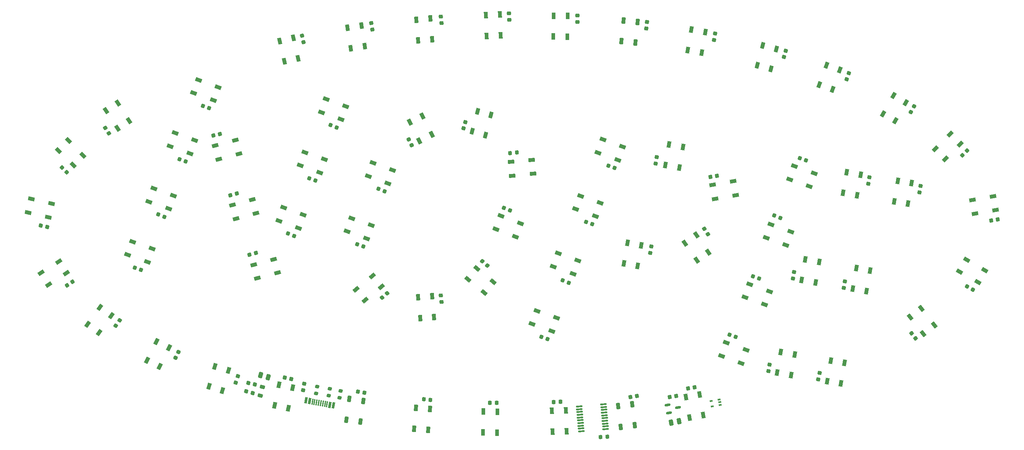
<source format=gtp>
%TF.GenerationSoftware,KiCad,Pcbnew,(7.0.0)*%
%TF.CreationDate,2023-11-20T00:40:35-04:00*%
%TF.ProjectId,nopesign,6e6f7065-7369-4676-9e2e-6b696361645f,rev?*%
%TF.SameCoordinates,Original*%
%TF.FileFunction,Paste,Top*%
%TF.FilePolarity,Positive*%
%FSLAX46Y46*%
G04 Gerber Fmt 4.6, Leading zero omitted, Abs format (unit mm)*
G04 Created by KiCad (PCBNEW (7.0.0)) date 2023-11-20 00:40:35*
%MOMM*%
%LPD*%
G01*
G04 APERTURE LIST*
G04 Aperture macros list*
%AMRoundRect*
0 Rectangle with rounded corners*
0 $1 Rounding radius*
0 $2 $3 $4 $5 $6 $7 $8 $9 X,Y pos of 4 corners*
0 Add a 4 corners polygon primitive as box body*
4,1,4,$2,$3,$4,$5,$6,$7,$8,$9,$2,$3,0*
0 Add four circle primitives for the rounded corners*
1,1,$1+$1,$2,$3*
1,1,$1+$1,$4,$5*
1,1,$1+$1,$6,$7*
1,1,$1+$1,$8,$9*
0 Add four rect primitives between the rounded corners*
20,1,$1+$1,$2,$3,$4,$5,0*
20,1,$1+$1,$4,$5,$6,$7,0*
20,1,$1+$1,$6,$7,$8,$9,0*
20,1,$1+$1,$8,$9,$2,$3,0*%
%AMRotRect*
0 Rectangle, with rotation*
0 The origin of the aperture is its center*
0 $1 length*
0 $2 width*
0 $3 Rotation angle, in degrees counterclockwise*
0 Add horizontal line*
21,1,$1,$2,0,0,$3*%
G04 Aperture macros list end*
%ADD10RoundRect,0.250000X0.364421X0.394110X-0.118542X0.523520X-0.364421X-0.394110X0.118542X-0.523520X0*%
%ADD11RotRect,1.500000X0.900000X80.000000*%
%ADD12RoundRect,0.225000X0.157969X-0.296936X0.311878X0.125926X-0.157969X0.296936X-0.311878X-0.125926X0*%
%ADD13RoundRect,0.225000X-0.296936X-0.157969X0.125926X-0.311878X0.296936X0.157969X-0.125926X0.311878X0*%
%ADD14RoundRect,0.225000X0.296936X0.157969X-0.125926X0.311878X-0.296936X-0.157969X0.125926X-0.311878X0*%
%ADD15RoundRect,0.225000X0.207131X-0.264994X0.285273X0.178170X-0.207131X0.264994X-0.285273X-0.178170X0*%
%ADD16RoundRect,0.225000X-0.268659X0.202355X-0.229439X-0.245933X0.268659X-0.202355X0.229439X0.245933X0*%
%ADD17RoundRect,0.225000X-0.207131X0.264994X-0.285273X-0.178170X0.207131X-0.264994X0.285273X0.178170X0*%
%ADD18RoundRect,0.225000X-0.333843X0.040915X-0.075733X-0.327703X0.333843X-0.040915X0.075733X0.327703X0*%
%ADD19RoundRect,0.225000X0.319856X0.104006X-0.069856X0.329006X-0.319856X-0.104006X0.069856X-0.329006X0*%
%ADD20RoundRect,0.225000X0.017678X-0.335876X0.335876X-0.017678X-0.017678X0.335876X-0.335876X0.017678X0*%
%ADD21RoundRect,0.225000X-0.282120X0.183121X-0.211724X-0.261338X0.282120X-0.183121X0.211724X0.261338X0*%
%ADD22RoundRect,0.225000X0.225112X-0.249900X0.272149X0.197635X-0.225112X0.249900X-0.272149X-0.197635X0*%
%ADD23RotRect,1.500000X0.900000X160.000000*%
%ADD24RoundRect,0.225000X0.268659X-0.202355X0.229439X0.245933X-0.268659X0.202355X-0.229439X-0.245933X0*%
%ADD25RoundRect,0.225000X-0.299648X-0.152762X0.120464X-0.314028X0.299648X0.152762X-0.120464X0.314028X0*%
%ADD26RoundRect,0.225000X-0.183247X0.282038X-0.299716X-0.152629X0.183247X-0.282038X0.299716X0.152629X0*%
%ADD27RoundRect,0.225000X-0.126065X0.311821X-0.323332X-0.092636X0.126065X-0.311821X0.323332X0.092636X0*%
%ADD28RoundRect,0.225000X-0.011663X-0.336138X0.333057X-0.046884X0.011663X0.336138X-0.333057X0.046884X0*%
%ADD29RoundRect,0.225000X-0.070003X0.328975X-0.334506X-0.035083X0.070003X-0.328975X0.334506X0.035083X0*%
%ADD30RoundRect,0.225000X-0.152629X-0.299716X0.282038X-0.183247X0.152629X0.299716X-0.282038X0.183247X0*%
%ADD31RoundRect,0.225000X0.152629X0.299716X-0.282038X0.183247X-0.152629X-0.299716X0.282038X-0.183247X0*%
%ADD32RoundRect,0.225000X-0.335876X-0.017678X-0.017678X-0.335876X0.335876X0.017678X0.017678X0.335876X0*%
%ADD33RoundRect,0.225000X0.275471X0.192979X-0.162996X0.294207X-0.275471X-0.192979X0.162996X-0.294207X0*%
%ADD34RoundRect,0.225000X-0.257604X-0.216253X0.188017X-0.278881X0.257604X0.216253X-0.188017X0.278881X0*%
%ADD35RoundRect,0.225000X0.229329X0.246035X-0.220603X0.253889X-0.229329X-0.246035X0.220603X-0.253889X0*%
%ADD36RoundRect,0.225000X-0.192856X-0.275557X0.253790X-0.220716X0.192856X0.275557X-0.253790X0.220716X0*%
%ADD37RoundRect,0.150000X-0.478667X-0.236716X0.530761X-0.058726X0.478667X0.236716X-0.530761X0.058726X0*%
%ADD38RoundRect,0.250000X-0.163719X-0.511196X0.328685X-0.424372X0.163719X0.511196X-0.328685X0.424372X0*%
%ADD39RotRect,1.500000X0.900000X260.000000*%
%ADD40RoundRect,0.225000X0.104006X-0.319856X0.329006X0.069856X-0.104006X0.319856X-0.329006X-0.069856X0*%
%ADD41RotRect,1.500000X0.900000X240.000000*%
%ADD42RoundRect,0.225000X-0.335527X0.023387X-0.058479X-0.331218X0.335527X-0.023387X0.058479X0.331218X0*%
%ADD43RotRect,1.500000X0.900000X339.000000*%
%ADD44RotRect,1.500000X0.900000X15.000000*%
%ADD45RoundRect,0.225000X-0.178170X-0.285273X0.264994X-0.207131X0.178170X0.285273X-0.264994X0.207131X0*%
%ADD46RoundRect,0.200000X0.236092X-0.244715X0.305552X0.149208X-0.236092X0.244715X-0.305552X-0.149208X0*%
%ADD47RoundRect,0.225000X0.246035X-0.229329X0.253889X0.220603X-0.246035X0.229329X-0.253889X-0.220603X0*%
%ADD48RoundRect,0.225000X0.202355X0.268659X-0.245933X0.229439X-0.202355X-0.268659X0.245933X-0.229439X0*%
%ADD49RotRect,1.500000X0.900000X258.000000*%
%ADD50RotRect,1.500000X0.900000X272.000000*%
%ADD51RotRect,1.500000X0.900000X279.000000*%
%ADD52RotRect,1.500000X0.900000X340.000000*%
%ADD53RoundRect,0.225000X0.245933X0.229439X-0.202355X0.268659X-0.245933X-0.229439X0.202355X-0.268659X0*%
%ADD54RoundRect,0.225000X0.272061X0.197757X-0.168105X0.291317X-0.272061X-0.197757X0.168105X-0.291317X0*%
%ADD55RotRect,1.500000X0.900000X123.000000*%
%ADD56RoundRect,0.225000X0.257700X-0.216138X0.241995X0.233588X-0.257700X0.216138X-0.241995X-0.233588X0*%
%ADD57RotRect,0.650000X0.400000X190.000000*%
%ADD58RotRect,1.500000X0.900000X280.000000*%
%ADD59RoundRect,0.218750X0.311643X-0.309971X0.424876X0.112622X-0.311643X0.309971X-0.424876X-0.112622X0*%
%ADD60RotRect,1.500000X0.900000X320.000000*%
%ADD61RotRect,1.500000X0.900000X269.000000*%
%ADD62RoundRect,0.225000X0.178170X0.285273X-0.264994X0.207131X-0.178170X-0.285273X0.264994X-0.207131X0*%
%ADD63RoundRect,0.225000X0.282038X0.183247X-0.152629X0.299716X-0.282038X-0.183247X0.152629X-0.299716X0*%
%ADD64RotRect,1.500000X0.900000X10.000000*%
%ADD65RoundRect,0.225000X0.183247X-0.282038X0.299716X0.152629X-0.183247X0.282038X-0.299716X-0.152629X0*%
%ADD66RotRect,1.500000X0.900000X167.000000*%
%ADD67RotRect,1.500000X0.900000X253.000000*%
%ADD68RotRect,1.500000X0.900000X128.000000*%
%ADD69RoundRect,0.225000X-0.173293X0.288261X-0.304860X-0.142076X0.173293X-0.288261X0.304860X0.142076X0*%
%ADD70RotRect,1.500000X0.900000X220.000000*%
%ADD71RotRect,1.500000X0.900000X75.000000*%
%ADD72RotRect,1.500000X0.900000X275.000000*%
%ADD73RoundRect,0.225000X0.294207X-0.162996X0.192979X0.275471X-0.294207X0.162996X-0.192979X-0.275471X0*%
%ADD74RotRect,1.500000X0.900000X225.000000*%
%ADD75RotRect,1.500000X0.900000X135.000000*%
%ADD76RotRect,0.600000X1.450000X349.500000*%
%ADD77RotRect,0.300000X1.450000X349.500000*%
%ADD78RotRect,1.500000X0.900000X265.000000*%
%ADD79RoundRect,0.225000X-0.202355X-0.268659X0.245933X-0.229439X0.202355X0.268659X-0.245933X0.229439X0*%
%ADD80RoundRect,0.225000X0.324899X-0.086979X0.120604X0.313974X-0.324899X0.086979X-0.120604X-0.313974X0*%
%ADD81RotRect,1.500000X0.900000X262.000000*%
%ADD82RotRect,1.500000X0.900000X150.000000*%
%ADD83RotRect,1.500000X0.900000X117.000000*%
%ADD84RoundRect,0.225000X-0.333057X-0.046884X0.011663X-0.336138X0.333057X0.046884X-0.011663X0.336138X0*%
%ADD85RotRect,1.500000X0.900000X250.000000*%
%ADD86RotRect,1.500000X0.900000X5.000000*%
%ADD87RotRect,1.500000X0.900000X244.000000*%
%ADD88RotRect,1.500000X0.900000X234.000000*%
%ADD89RotRect,1.500000X0.900000X264.000000*%
%ADD90RoundRect,0.100000X-0.626359X-0.155181X0.643790X-0.044058X0.626359X0.155181X-0.643790X0.044058X0*%
%ADD91RotRect,1.500000X0.900000X255.000000*%
%ADD92RoundRect,0.225000X0.332211X-0.052541X0.087124X0.324861X-0.332211X0.052541X-0.087124X-0.324861X0*%
%ADD93RoundRect,0.225000X0.216138X0.257700X-0.233588X0.241995X-0.216138X-0.257700X0.233588X-0.241995X0*%
%ADD94RotRect,1.500000X0.900000X277.000000*%
%ADD95RotRect,1.500000X0.900000X305.000000*%
%ADD96RotRect,1.500000X0.900000X283.000000*%
%ADD97RotRect,1.500000X0.900000X190.000000*%
%ADD98RoundRect,0.225000X0.052541X0.332211X-0.324861X0.087124X-0.052541X-0.332211X0.324861X-0.087124X0*%
%ADD99RotRect,1.500000X0.900000X213.000000*%
G04 APERTURE END LIST*
D10*
X92667630Y-120995878D03*
X90832370Y-120504122D03*
D11*
X229949628Y-100126259D03*
X233199494Y-100699297D03*
X234050370Y-95873739D03*
X230800504Y-95300701D03*
X217949628Y-98126259D03*
X221199494Y-98699297D03*
X222050370Y-93873739D03*
X218800504Y-93300701D03*
D12*
X228484934Y-50978262D03*
X229015066Y-49521738D03*
D13*
X201021738Y-110984934D03*
X202478262Y-111515066D03*
D14*
X207978262Y-97765066D03*
X206521738Y-97234934D03*
D13*
X211521738Y-82984934D03*
X212978262Y-83515066D03*
D15*
X197365423Y-41763226D03*
X197634577Y-40236774D03*
D16*
X133182454Y-36227949D03*
X133317546Y-37772051D03*
D17*
X183884577Y-69236774D03*
X183615423Y-70763226D03*
D18*
X195055478Y-86115157D03*
X195944522Y-87384843D03*
D15*
X182365423Y-91763226D03*
X182634577Y-90236774D03*
D19*
X258171170Y-100387500D03*
X256828830Y-99612500D03*
D20*
X255701992Y-68798008D03*
X256798008Y-67701992D03*
D21*
X116878763Y-37734542D03*
X117121237Y-39265458D03*
D22*
X181418990Y-39020754D03*
X181581010Y-37479246D03*
D15*
X210115423Y-119513226D03*
X210384577Y-117986774D03*
D17*
X222134577Y-119986774D03*
X221865423Y-121513226D03*
D15*
X215865423Y-97763226D03*
X216134577Y-96236774D03*
D23*
X159633419Y-94962542D03*
X160762085Y-91861557D03*
X165366579Y-93537456D03*
X164237913Y-96638441D03*
X115737913Y-88388441D03*
X116866579Y-85287456D03*
X112262085Y-83611557D03*
X111133419Y-86712542D03*
X104737913Y-72888441D03*
X105866579Y-69787456D03*
X101262085Y-68111557D03*
X100133419Y-71212542D03*
X79737913Y-55888441D03*
X80866579Y-52787456D03*
X76262085Y-51111557D03*
X75133419Y-54212542D03*
D24*
X133317546Y-103272051D03*
X133182454Y-101727949D03*
D25*
X148026475Y-81222265D03*
X149473525Y-81777735D03*
D26*
X138950585Y-61001407D03*
X138549415Y-62498593D03*
D27*
X71589738Y-115053435D03*
X70910262Y-116446565D03*
D13*
X156771738Y-111484934D03*
X158228262Y-112015066D03*
D14*
X119978262Y-77265066D03*
X118521738Y-76734934D03*
D28*
X119406316Y-102248160D03*
X120593684Y-101251840D03*
D14*
X103728262Y-74765066D03*
X102271738Y-74234934D03*
D13*
X77271738Y-57234934D03*
X78728262Y-57765066D03*
D29*
X57705534Y-107623012D03*
X56794466Y-108876988D03*
D13*
X97271738Y-87234934D03*
X98728262Y-87765066D03*
D30*
X88251407Y-92200585D03*
X89748593Y-91799415D03*
D31*
X85248593Y-77799415D03*
X83751407Y-78200585D03*
D14*
X73228262Y-70265066D03*
X71771738Y-69734934D03*
D32*
X44201992Y-71701992D03*
X45298008Y-72798008D03*
D33*
X40755137Y-85674337D03*
X39244863Y-85325663D03*
D34*
X113732542Y-124392141D03*
X115267458Y-124607859D03*
D35*
X146274882Y-127013526D03*
X144725118Y-126986474D03*
D36*
X177730777Y-125594449D03*
X179269223Y-125405551D03*
D37*
X186464815Y-127511957D03*
X186794747Y-129383092D03*
X188870219Y-128052475D03*
D38*
X187314433Y-131664966D03*
X189185567Y-131335034D03*
D39*
X231800370Y-73373739D03*
X228550504Y-72800701D03*
X227699628Y-77626259D03*
X230949494Y-78199297D03*
D40*
X243612500Y-58671170D03*
X244387500Y-57328830D03*
D41*
X242403941Y-56453237D03*
X239546057Y-54803237D03*
X237096057Y-59046761D03*
X239953941Y-60696761D03*
D42*
X243772862Y-110639292D03*
X244727138Y-111860708D03*
D43*
X147304034Y-83081590D03*
X146121420Y-86162405D03*
X150695964Y-87918408D03*
X151878578Y-84837593D03*
D44*
X84206429Y-80540328D03*
X85060532Y-83727883D03*
X89793569Y-82459670D03*
X88939466Y-79272115D03*
D45*
X262486774Y-84134577D03*
X264013226Y-83865423D03*
D14*
X218978262Y-70015066D03*
X217521738Y-69484934D03*
D46*
X103856740Y-124812466D03*
X104143260Y-123187534D03*
D47*
X165236474Y-37524882D03*
X165263526Y-35975118D03*
D48*
X151022051Y-68182454D03*
X149477949Y-68317546D03*
D13*
X107271738Y-61734934D03*
X108728262Y-62265066D03*
D49*
X98410783Y-123446592D03*
X95182896Y-122760483D03*
X94164129Y-127553406D03*
X97392016Y-128239515D03*
D50*
X147063490Y-35743907D03*
X143765500Y-35859076D03*
X143936508Y-40756091D03*
X147234498Y-40640922D03*
D51*
X114533877Y-38322046D03*
X111274506Y-38838279D03*
X112041035Y-43677952D03*
X115300406Y-43161719D03*
D23*
X64237913Y-93888441D03*
X65366579Y-90787456D03*
X60762085Y-89111557D03*
X59633419Y-92212542D03*
D52*
X216262085Y-71361557D03*
X215133419Y-74462542D03*
X219737913Y-76138441D03*
X220866579Y-73037456D03*
D13*
X68228262Y-83265066D03*
X66771738Y-82734934D03*
D11*
X212199628Y-119876259D03*
X215449494Y-120449297D03*
X216300370Y-115623739D03*
X213050504Y-115050701D03*
D53*
X130772051Y-126317546D03*
X129227949Y-126182454D03*
D54*
X98008064Y-121411132D03*
X96491936Y-121088868D03*
D23*
X120737913Y-75388441D03*
X121866579Y-72287456D03*
X117262085Y-70611557D03*
X116133419Y-73712542D03*
D50*
X162563490Y-128743907D03*
X159265500Y-128859076D03*
X159436508Y-133756091D03*
X162734498Y-133640922D03*
D55*
X57200558Y-62453396D03*
X59968171Y-60656087D03*
X57299440Y-56546602D03*
X54531827Y-58343911D03*
D56*
X149277047Y-37024528D03*
X149222953Y-35475472D03*
D57*
X198798438Y-127475158D03*
X198685566Y-126835033D03*
X198572695Y-126194908D03*
X196701560Y-126524840D03*
X196927303Y-127805090D03*
D58*
X193986951Y-125050701D03*
X190737085Y-125623739D03*
X191587961Y-130449297D03*
X194837827Y-129876259D03*
D59*
X90725005Y-125276296D03*
X91274995Y-123223704D03*
D46*
X106856740Y-125312466D03*
X107143260Y-123687534D03*
D60*
X145437407Y-98560855D03*
X143316208Y-101088802D03*
X139562591Y-97939143D03*
X141683790Y-95411196D03*
D44*
X80206429Y-66540328D03*
X81060532Y-69727883D03*
X85793569Y-68459670D03*
X84939466Y-65272115D03*
D61*
X162979963Y-36079169D03*
X159680466Y-36021576D03*
X159594949Y-40920829D03*
X162894446Y-40978422D03*
D45*
X196486774Y-73884577D03*
X198013226Y-73615423D03*
D62*
X188513226Y-125365423D03*
X186986774Y-125634577D03*
D52*
X205762085Y-99111557D03*
X204633419Y-102212542D03*
X209237913Y-103888441D03*
X210366579Y-100787456D03*
D63*
X88998593Y-124700585D03*
X87501407Y-124299415D03*
D64*
X201876259Y-74949628D03*
X202449297Y-78199494D03*
X197623739Y-79050370D03*
X197050701Y-75800504D03*
D65*
X213799415Y-45748593D03*
X214200585Y-44251407D03*
D66*
X41016036Y-83408840D03*
X41758375Y-80193418D03*
X36983962Y-79091158D03*
X36241623Y-82306580D03*
D67*
X83294213Y-119389466D03*
X80138407Y-118424639D03*
X78705785Y-123110532D03*
X81861591Y-124075359D03*
D17*
X245884577Y-75986774D03*
X245615423Y-77513226D03*
D15*
X233615423Y-75513226D03*
X233884577Y-73986774D03*
D68*
X246458152Y-110696467D03*
X249058587Y-108664784D03*
X246041846Y-104803531D03*
X243441411Y-106835214D03*
D13*
X113521738Y-89734934D03*
X114978262Y-90265066D03*
D69*
X85476588Y-120758864D03*
X85023412Y-122241136D03*
D11*
X185949628Y-71126259D03*
X189199494Y-71699297D03*
X190050370Y-66873739D03*
X186800504Y-66300701D03*
D46*
X109643260Y-124187534D03*
X109356740Y-125812466D03*
D70*
X119187407Y-99689143D03*
X117066208Y-97161196D03*
X113312591Y-100310855D03*
X115433790Y-102838802D03*
D30*
X79751407Y-64200585D03*
X81248593Y-63799415D03*
D23*
X169487913Y-83138441D03*
X170616579Y-80037456D03*
X166012085Y-78361557D03*
X164883419Y-81462542D03*
D71*
X141790328Y-58456429D03*
X144977883Y-59310532D03*
X143709670Y-64043569D03*
X140522115Y-63189466D03*
D72*
X130717646Y-36665515D03*
X127430203Y-36953129D03*
X127857266Y-41834483D03*
X131144709Y-41546869D03*
D13*
X172521738Y-71234934D03*
X173978262Y-71765066D03*
D73*
X100924337Y-42255137D03*
X100575663Y-40744863D03*
D74*
X255149137Y-66184314D03*
X252815684Y-63850861D03*
X249350861Y-67315684D03*
X251684314Y-69649137D03*
D75*
X46815684Y-71149137D03*
X49149137Y-68815684D03*
X45684314Y-65350861D03*
X43350861Y-67684314D03*
D23*
X109737913Y-60388441D03*
X110866579Y-57287456D03*
X106262085Y-55611557D03*
X105133419Y-58712542D03*
D76*
X101541563Y-126430467D03*
X102328167Y-126576256D03*
D77*
X103016446Y-126703821D03*
X103999701Y-126886056D03*
X105474583Y-127159410D03*
X106457838Y-127341645D03*
D76*
X107146116Y-127469210D03*
X107932720Y-127614998D03*
X107932720Y-127614998D03*
X107146116Y-127469210D03*
D77*
X105966210Y-127250527D03*
X104982955Y-127068292D03*
X104491328Y-126977174D03*
X103508073Y-126794938D03*
D76*
X102328167Y-126576256D03*
X101541563Y-126430467D03*
D14*
X163228262Y-98765066D03*
X161771738Y-98234934D03*
D72*
X131180189Y-101915515D03*
X127892746Y-102203129D03*
X128319809Y-107084483D03*
X131607252Y-106796869D03*
D78*
X130644709Y-128453129D03*
X127357266Y-128165515D03*
X126930203Y-133046869D03*
X130217646Y-133334483D03*
D52*
X210762085Y-85111557D03*
X209633419Y-88212542D03*
X214237913Y-89888441D03*
X215366579Y-86787456D03*
D79*
X170727949Y-135067546D03*
X172272051Y-134932454D03*
D80*
X126351843Y-66440530D03*
X125648157Y-65059470D03*
D81*
X114974915Y-126553478D03*
X111707031Y-126094207D03*
X111025083Y-130946520D03*
X114292967Y-131405791D03*
D23*
X99737913Y-85888441D03*
X100866579Y-82787456D03*
X96262085Y-81111557D03*
X95133419Y-84212542D03*
D82*
X259296761Y-98653941D03*
X260946761Y-95796057D03*
X256703237Y-93346057D03*
X255053237Y-96203941D03*
D83*
X128142115Y-65432049D03*
X131082436Y-63933881D03*
X128857883Y-59567949D03*
X125917562Y-61066117D03*
D84*
X142906316Y-93751840D03*
X144093684Y-94748160D03*
D23*
X174737913Y-69888441D03*
X175866579Y-66787456D03*
X171262085Y-65111557D03*
X170133419Y-68212542D03*
D44*
X89206429Y-94540328D03*
X90060532Y-97727883D03*
X94793569Y-96459670D03*
X93939466Y-93272115D03*
D85*
X226888441Y-48762085D03*
X223787456Y-47633419D03*
X222111557Y-52237913D03*
X225212542Y-53366579D03*
D86*
X149665515Y-70319809D03*
X149953129Y-73607252D03*
X154834483Y-73180189D03*
X154546869Y-69892746D03*
D87*
X69307018Y-114021266D03*
X66340998Y-112574641D03*
X64192980Y-116978732D03*
X67159000Y-118425357D03*
D39*
X243800370Y-75373739D03*
X240550504Y-74800701D03*
X239699628Y-79626259D03*
X242949494Y-80199297D03*
D11*
X223949628Y-121876259D03*
X227199494Y-122449297D03*
X228050370Y-117623739D03*
X224800504Y-117050701D03*
D23*
X69237913Y-81388441D03*
X70366579Y-78287456D03*
X65762085Y-76611557D03*
X64633419Y-79712542D03*
D52*
X200262085Y-112861557D03*
X199133419Y-115962542D03*
X203737913Y-117638441D03*
X204866579Y-114537456D03*
D23*
X159237913Y-110138441D03*
X160366579Y-107037456D03*
X155762085Y-105361557D03*
X154633419Y-108462542D03*
D61*
X146442506Y-129079169D03*
X143143009Y-129021576D03*
X143057492Y-133920829D03*
X146356989Y-133978422D03*
D23*
X74237913Y-68388441D03*
X75366579Y-65287456D03*
X70762085Y-63611557D03*
X69633419Y-66712542D03*
D88*
X55774951Y-106487753D03*
X53105195Y-104548062D03*
X50225047Y-108512245D03*
X52894803Y-110451936D03*
D89*
X179397055Y-37485892D03*
X176115133Y-37140948D03*
X175602943Y-42014106D03*
X178884865Y-42359050D03*
D14*
X62728262Y-95765066D03*
X61271738Y-95234934D03*
D90*
X165680919Y-127835614D03*
X165737570Y-128483140D03*
X165794222Y-129130667D03*
X165850873Y-129778193D03*
X165907524Y-130425720D03*
X165964175Y-131073247D03*
X166020827Y-131720773D03*
X166077478Y-132368300D03*
X166134129Y-133015826D03*
X166190780Y-133663353D03*
X171893995Y-133164386D03*
X171837344Y-132516860D03*
X171780692Y-131869333D03*
X171724041Y-131221807D03*
X171667390Y-130574280D03*
X171610739Y-129926753D03*
X171554087Y-129279227D03*
X171497436Y-128631700D03*
X171440785Y-127984174D03*
X171384134Y-127336647D03*
D91*
X211977883Y-43810532D03*
X208790328Y-42956429D03*
X207522115Y-47689466D03*
X210709670Y-48543569D03*
D92*
X55172095Y-63649970D03*
X54327905Y-62350030D03*
D39*
X195300370Y-39873739D03*
X192050504Y-39300701D03*
X191199628Y-44126259D03*
X194449494Y-44699297D03*
D93*
X161274528Y-126722953D03*
X159725472Y-126777047D03*
D13*
X167271738Y-84484934D03*
X168728262Y-85015066D03*
D94*
X178126577Y-127367177D03*
X174851175Y-127769345D03*
X175448335Y-132632821D03*
X178723737Y-132230653D03*
D95*
X196006862Y-91560520D03*
X193303660Y-93453323D03*
X190493136Y-89439478D03*
X193196338Y-87546675D03*
D96*
X98556580Y-41241623D03*
X95341158Y-41983962D03*
X96443418Y-46758375D03*
X99658840Y-46016036D03*
D62*
X192763226Y-123365423D03*
X191236774Y-123634577D03*
D63*
X89498593Y-122700585D03*
X88001407Y-122299415D03*
D39*
X180300370Y-90007159D03*
X177050504Y-89434121D03*
X176199628Y-94259679D03*
X179449494Y-94832717D03*
D97*
X263449297Y-81699494D03*
X262876259Y-78449628D03*
X258050701Y-79300504D03*
X258623739Y-82550370D03*
D15*
X100865423Y-124013226D03*
X101134577Y-122486774D03*
D98*
X46649970Y-98577905D03*
X45350030Y-99422095D03*
D99*
X45203396Y-96549440D03*
X43406087Y-93781827D03*
X39296602Y-96450558D03*
X41093911Y-99218171D03*
D15*
X227865423Y-100013226D03*
X228134577Y-98486774D03*
M02*

</source>
